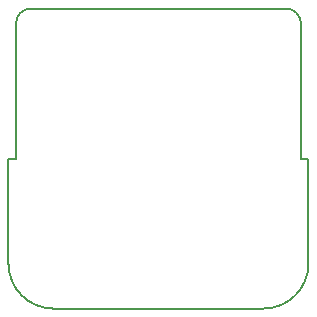
<source format=gm1>
G04 #@! TF.FileFunction,Profile,NP*
%FSLAX46Y46*%
G04 Gerber Fmt 4.6, Leading zero omitted, Abs format (unit mm)*
G04 Created by KiCad (PCBNEW 4.0.2-4+6225~38~ubuntu15.04.1-stable) date Wed Mar  2 17:35:22 2016*
%MOMM*%
G01*
G04 APERTURE LIST*
%ADD10C,0.050800*%
%ADD11C,0.150000*%
G04 APERTURE END LIST*
D10*
D11*
X1905000Y25400000D02*
G75*
G03X635000Y24130000I0J-1270000D01*
G01*
X24765000Y24130000D02*
G75*
G03X23495000Y25400000I-1270000J0D01*
G01*
X24765000Y12700000D02*
X24765000Y24130000D01*
X25400000Y12700000D02*
X24765000Y12700000D01*
X0Y3810000D02*
X0Y12700000D01*
X635000Y12700000D02*
X635000Y24130000D01*
X0Y12700000D02*
X635000Y12700000D01*
X0Y3810000D02*
G75*
G03X3810000Y0I3810000J0D01*
G01*
X21590000Y0D02*
G75*
G03X25400000Y3810000I0J3810000D01*
G01*
X21590000Y0D02*
X3810000Y0D01*
X25400000Y12700000D02*
X25400000Y3810000D01*
X1905000Y25400000D02*
X23495000Y25400000D01*
M02*

</source>
